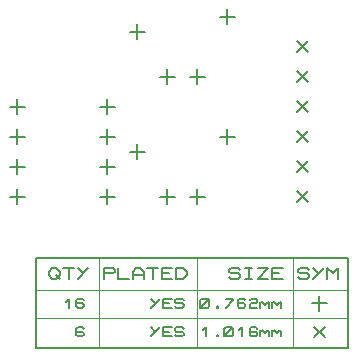
<source format=gbr>
G04 PROTEUS RS274X GERBER FILE*
%FSLAX45Y45*%
%MOMM*%
G01*
%ADD15C,0.203200*%
%ADD17C,0.127000*%
%ADD16C,0.063500*%
D15*
X-463099Y+1695901D02*
X-552901Y+1606099D01*
X-463099Y+1606099D02*
X-552901Y+1695901D01*
X-463099Y+1441901D02*
X-552901Y+1352099D01*
X-463099Y+1352099D02*
X-552901Y+1441901D01*
X-463099Y+1187901D02*
X-552901Y+1098099D01*
X-463099Y+1098099D02*
X-552901Y+1187901D01*
X-463099Y+933901D02*
X-552901Y+844099D01*
X-463099Y+844099D02*
X-552901Y+933901D01*
X-463099Y+679901D02*
X-552901Y+590099D01*
X-463099Y+590099D02*
X-552901Y+679901D01*
X-463099Y+425901D02*
X-552901Y+336099D01*
X-463099Y+336099D02*
X-552901Y+425901D01*
X-1143000Y+952500D02*
X-1143000Y+825500D01*
X-1079500Y+889000D02*
X-1206500Y+889000D01*
X-1143000Y+1968500D02*
X-1143000Y+1841500D01*
X-1079500Y+1905000D02*
X-1206500Y+1905000D01*
X-1397000Y+1460500D02*
X-1397000Y+1333500D01*
X-1333500Y+1397000D02*
X-1460500Y+1397000D01*
X-1397000Y+444500D02*
X-1397000Y+317500D01*
X-1333500Y+381000D02*
X-1460500Y+381000D01*
X-1905000Y+825500D02*
X-1905000Y+698500D01*
X-1841500Y+762000D02*
X-1968500Y+762000D01*
X-1905000Y+1841500D02*
X-1905000Y+1714500D01*
X-1841500Y+1778000D02*
X-1968500Y+1778000D01*
X-1651000Y+1460500D02*
X-1651000Y+1333500D01*
X-1587500Y+1397000D02*
X-1714500Y+1397000D01*
X-1651000Y+444500D02*
X-1651000Y+317500D01*
X-1587500Y+381000D02*
X-1714500Y+381000D01*
X-2159000Y+1206500D02*
X-2159000Y+1079500D01*
X-2095500Y+1143000D02*
X-2222500Y+1143000D01*
X-2159000Y+952500D02*
X-2159000Y+825500D01*
X-2095500Y+889000D02*
X-2222500Y+889000D01*
X-2159000Y+698500D02*
X-2159000Y+571500D01*
X-2095500Y+635000D02*
X-2222500Y+635000D01*
X-2159000Y+444500D02*
X-2159000Y+317500D01*
X-2095500Y+381000D02*
X-2222500Y+381000D01*
X-2921000Y+444500D02*
X-2921000Y+317500D01*
X-2857500Y+381000D02*
X-2984500Y+381000D01*
X-2921000Y+698500D02*
X-2921000Y+571500D01*
X-2857500Y+635000D02*
X-2984500Y+635000D01*
X-2921000Y+952500D02*
X-2921000Y+825500D01*
X-2857500Y+889000D02*
X-2984500Y+889000D01*
X-2921000Y+1206500D02*
X-2921000Y+1079500D01*
X-2857500Y+1143000D02*
X-2984500Y+1143000D01*
D17*
X-2760980Y-899160D02*
X-116840Y-899160D01*
X-116840Y-137160D01*
X-2760980Y-137160D01*
X-2760980Y-899160D01*
D16*
X-584202Y-137160D02*
X-584202Y-899160D01*
X-1397002Y-137160D02*
X-1397002Y-899160D01*
X-2230122Y-137160D02*
X-2230122Y-899160D01*
X-116840Y-410210D02*
X-2760980Y-410210D01*
X-116840Y-651510D02*
X-2760980Y-651510D01*
D17*
X-539750Y-300990D02*
X-524510Y-316230D01*
X-463550Y-316230D01*
X-448310Y-300990D01*
X-448310Y-285750D01*
X-463550Y-270510D01*
X-524510Y-270510D01*
X-539750Y-255270D01*
X-539750Y-240030D01*
X-524510Y-224790D01*
X-463550Y-224790D01*
X-448310Y-240030D01*
X-326390Y-224790D02*
X-417830Y-316230D01*
X-417830Y-224790D02*
X-372110Y-270510D01*
X-295910Y-316230D02*
X-295910Y-224790D01*
X-250190Y-270510D01*
X-204470Y-224790D01*
X-204470Y-316230D01*
X-1129030Y-300990D02*
X-1113790Y-316230D01*
X-1052830Y-316230D01*
X-1037590Y-300990D01*
X-1037590Y-285750D01*
X-1052830Y-270510D01*
X-1113790Y-270510D01*
X-1129030Y-255270D01*
X-1129030Y-240030D01*
X-1113790Y-224790D01*
X-1052830Y-224790D01*
X-1037590Y-240030D01*
X-991870Y-224790D02*
X-930910Y-224790D01*
X-961390Y-224790D02*
X-961390Y-316230D01*
X-991870Y-316230D02*
X-930910Y-316230D01*
X-885190Y-224790D02*
X-793750Y-224790D01*
X-885190Y-316230D01*
X-793750Y-316230D01*
X-671830Y-316230D02*
X-763270Y-316230D01*
X-763270Y-224790D01*
X-671830Y-224790D01*
X-763270Y-270510D02*
X-702310Y-270510D01*
X-2185670Y-316230D02*
X-2185670Y-224790D01*
X-2109470Y-224790D01*
X-2094230Y-240030D01*
X-2094230Y-255270D01*
X-2109470Y-270510D01*
X-2185670Y-270510D01*
X-2063750Y-224790D02*
X-2063750Y-316230D01*
X-1972310Y-316230D01*
X-1941830Y-316230D02*
X-1941830Y-255270D01*
X-1911350Y-224790D01*
X-1880870Y-224790D01*
X-1850390Y-255270D01*
X-1850390Y-316230D01*
X-1941830Y-285750D02*
X-1850390Y-285750D01*
X-1819910Y-224790D02*
X-1728470Y-224790D01*
X-1774190Y-224790D02*
X-1774190Y-316230D01*
X-1606550Y-316230D02*
X-1697990Y-316230D01*
X-1697990Y-224790D01*
X-1606550Y-224790D01*
X-1697990Y-270510D02*
X-1637030Y-270510D01*
X-1576070Y-316230D02*
X-1576070Y-224790D01*
X-1515110Y-224790D01*
X-1484630Y-255270D01*
X-1484630Y-285750D01*
X-1515110Y-316230D01*
X-1576070Y-316230D01*
X-2653030Y-255270D02*
X-2622550Y-224790D01*
X-2592070Y-224790D01*
X-2561590Y-255270D01*
X-2561590Y-285750D01*
X-2592070Y-316230D01*
X-2622550Y-316230D01*
X-2653030Y-285750D01*
X-2653030Y-255270D01*
X-2592070Y-285750D02*
X-2561590Y-316230D01*
X-2531110Y-224790D02*
X-2439670Y-224790D01*
X-2485390Y-224790D02*
X-2485390Y-316230D01*
X-2317750Y-224790D02*
X-2409190Y-316230D01*
X-2409190Y-224790D02*
X-2363470Y-270510D01*
D15*
X-363220Y-461010D02*
X-363220Y-588010D01*
X-299720Y-524510D02*
X-426720Y-524510D01*
D17*
X-1371600Y-549910D02*
X-1371600Y-499110D01*
X-1358900Y-486410D01*
X-1308100Y-486410D01*
X-1295400Y-499110D01*
X-1295400Y-549910D01*
X-1308100Y-562610D01*
X-1358900Y-562610D01*
X-1371600Y-549910D01*
X-1371600Y-562610D02*
X-1295400Y-486410D01*
X-1231900Y-549910D02*
X-1219200Y-549910D01*
X-1219200Y-562610D01*
X-1231900Y-562610D01*
X-1231900Y-549910D01*
X-1155700Y-486410D02*
X-1092200Y-486410D01*
X-1092200Y-499110D01*
X-1155700Y-562610D01*
X-990600Y-499110D02*
X-1003300Y-486410D01*
X-1041400Y-486410D01*
X-1054100Y-499110D01*
X-1054100Y-549910D01*
X-1041400Y-562610D01*
X-1003300Y-562610D01*
X-990600Y-549910D01*
X-990600Y-537210D01*
X-1003300Y-524510D01*
X-1054100Y-524510D01*
X-952500Y-499110D02*
X-939800Y-486410D01*
X-901700Y-486410D01*
X-889000Y-499110D01*
X-889000Y-511810D01*
X-901700Y-524510D01*
X-939800Y-524510D01*
X-952500Y-537210D01*
X-952500Y-562610D01*
X-889000Y-562610D01*
X-863600Y-562610D02*
X-863600Y-511810D01*
X-863600Y-524510D02*
X-850900Y-511810D01*
X-825500Y-537210D01*
X-800100Y-511810D01*
X-787400Y-524510D01*
X-787400Y-562610D01*
X-762000Y-562610D02*
X-762000Y-511810D01*
X-762000Y-524510D02*
X-749300Y-511810D01*
X-723900Y-537210D01*
X-698500Y-511810D01*
X-685800Y-524510D01*
X-685800Y-562610D01*
X-1714500Y-486410D02*
X-1790700Y-562610D01*
X-1790700Y-486410D02*
X-1752600Y-524510D01*
X-1612900Y-562610D02*
X-1689100Y-562610D01*
X-1689100Y-486410D01*
X-1612900Y-486410D01*
X-1689100Y-524510D02*
X-1638300Y-524510D01*
X-1587500Y-549910D02*
X-1574800Y-562610D01*
X-1524000Y-562610D01*
X-1511300Y-549910D01*
X-1511300Y-537210D01*
X-1524000Y-524510D01*
X-1574800Y-524510D01*
X-1587500Y-511810D01*
X-1587500Y-499110D01*
X-1574800Y-486410D01*
X-1524000Y-486410D01*
X-1511300Y-499110D01*
X-2509520Y-511810D02*
X-2484120Y-486410D01*
X-2484120Y-562610D01*
X-2357120Y-499110D02*
X-2369820Y-486410D01*
X-2407920Y-486410D01*
X-2420620Y-499110D01*
X-2420620Y-549910D01*
X-2407920Y-562610D01*
X-2369820Y-562610D01*
X-2357120Y-549910D01*
X-2357120Y-537210D01*
X-2369820Y-524510D01*
X-2420620Y-524510D01*
D15*
X-318319Y-720909D02*
X-408121Y-810711D01*
X-318319Y-810711D02*
X-408121Y-720909D01*
D17*
X-1346200Y-753110D02*
X-1320800Y-727710D01*
X-1320800Y-803910D01*
X-1231900Y-791210D02*
X-1219200Y-791210D01*
X-1219200Y-803910D01*
X-1231900Y-803910D01*
X-1231900Y-791210D01*
X-1168400Y-791210D02*
X-1168400Y-740410D01*
X-1155700Y-727710D01*
X-1104900Y-727710D01*
X-1092200Y-740410D01*
X-1092200Y-791210D01*
X-1104900Y-803910D01*
X-1155700Y-803910D01*
X-1168400Y-791210D01*
X-1168400Y-803910D02*
X-1092200Y-727710D01*
X-1041400Y-753110D02*
X-1016000Y-727710D01*
X-1016000Y-803910D01*
X-889000Y-740410D02*
X-901700Y-727710D01*
X-939800Y-727710D01*
X-952500Y-740410D01*
X-952500Y-791210D01*
X-939800Y-803910D01*
X-901700Y-803910D01*
X-889000Y-791210D01*
X-889000Y-778510D01*
X-901700Y-765810D01*
X-952500Y-765810D01*
X-863600Y-803910D02*
X-863600Y-753110D01*
X-863600Y-765810D02*
X-850900Y-753110D01*
X-825500Y-778510D01*
X-800100Y-753110D01*
X-787400Y-765810D01*
X-787400Y-803910D01*
X-762000Y-803910D02*
X-762000Y-753110D01*
X-762000Y-765810D02*
X-749300Y-753110D01*
X-723900Y-778510D01*
X-698500Y-753110D01*
X-685800Y-765810D01*
X-685800Y-803910D01*
X-1714500Y-727710D02*
X-1790700Y-803910D01*
X-1790700Y-727710D02*
X-1752600Y-765810D01*
X-1612900Y-803910D02*
X-1689100Y-803910D01*
X-1689100Y-727710D01*
X-1612900Y-727710D01*
X-1689100Y-765810D02*
X-1638300Y-765810D01*
X-1587500Y-791210D02*
X-1574800Y-803910D01*
X-1524000Y-803910D01*
X-1511300Y-791210D01*
X-1511300Y-778510D01*
X-1524000Y-765810D01*
X-1574800Y-765810D01*
X-1587500Y-753110D01*
X-1587500Y-740410D01*
X-1574800Y-727710D01*
X-1524000Y-727710D01*
X-1511300Y-740410D01*
X-2357120Y-740410D02*
X-2369820Y-727710D01*
X-2407920Y-727710D01*
X-2420620Y-740410D01*
X-2420620Y-791210D01*
X-2407920Y-803910D01*
X-2369820Y-803910D01*
X-2357120Y-791210D01*
X-2357120Y-778510D01*
X-2369820Y-765810D01*
X-2420620Y-765810D01*
M02*

</source>
